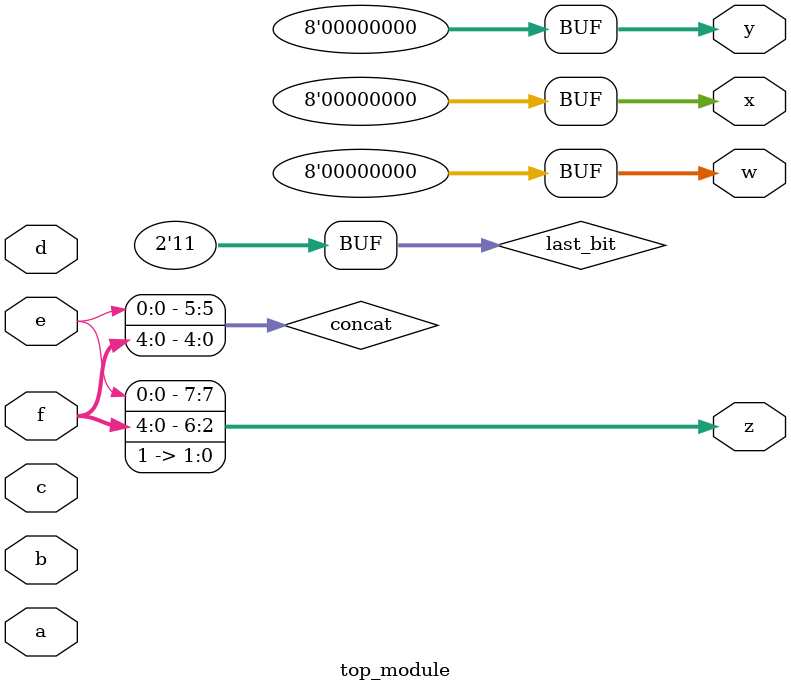
<source format=sv>
module top_module (
	input [4:0] a,
	input [4:0] b,
	input [4:0] c,
	input [4:0] d,
	input [4:0] e,
	input [4:0] f,
	output [7:0] w,
	output [7:0] x,
	output [7:0] y,
	output [7:0] z
);

  wire [5:0] concat;
  wire [1:0] last_bit;
  
  assign concat = {a, b, c, d, e, f};
  assign last_bit = 2'b11;
  
  assign {w, x, y, z} = {concat, last_bit};
  
endmodule

</source>
